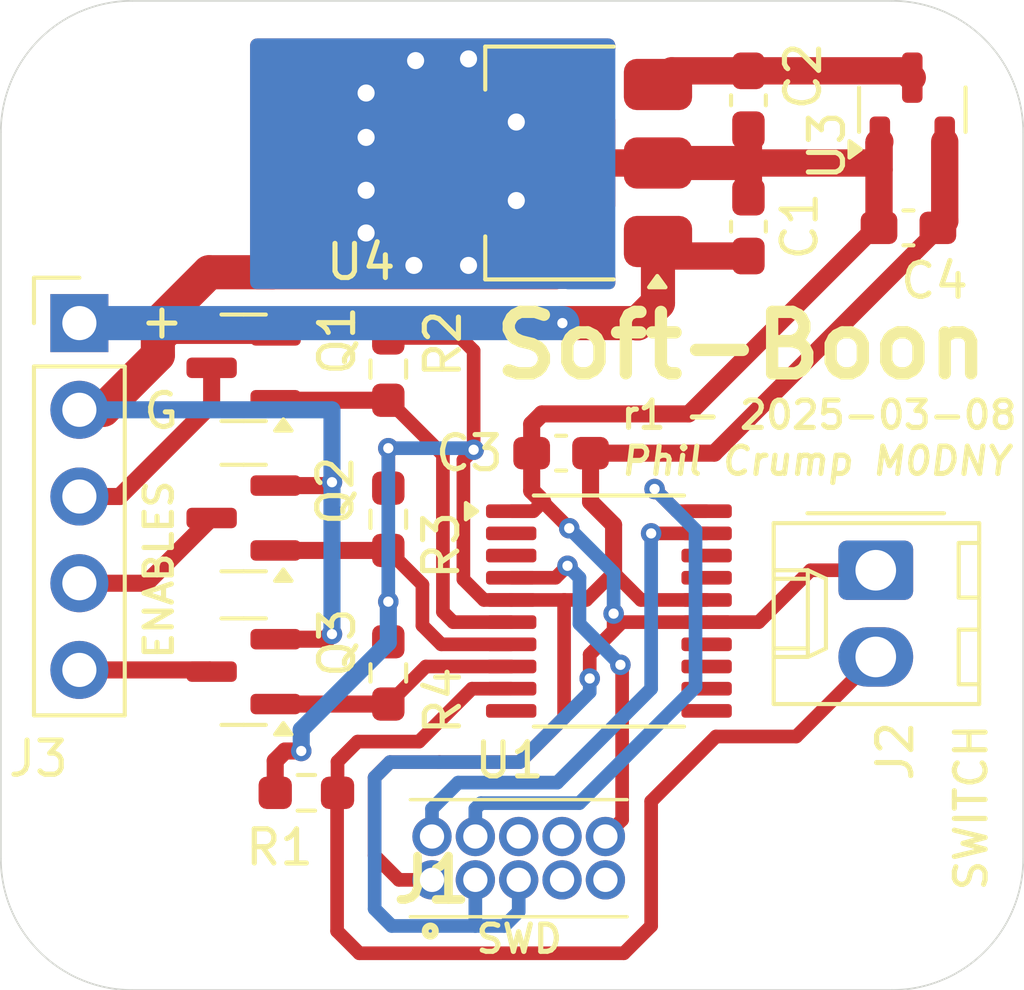
<source format=kicad_pcb>
(kicad_pcb (version 20241229) (generator "pcbnew") (generator_version "9.0")
  (layers (0 "F.Cu" signal) (2 "B.Cu" signal) (13 "F.Paste" user) (15 "B.Paste" user) (5 "F.SilkS" user "F.Silkscreen") (7 "B.SilkS" user "B.Silkscreen") (1 "F.Mask" user) (3 "B.Mask" user) (25 "Edge.Cuts" user))
  (net 0 "")
  (net 1 "Net-(U3-VI)")
  (net 2 "Net-(J3-Pin_3)")
  (net 3 "Net-(J3-Pin_5)")
  (net 8 "+3.3V")
  (net 9 "/nRouter")
  (net 10 "/nRST")
  (net 11 "/SWDAT")
  (net 12 "/SWCLK")
  (net 13 "/nSW")
  (net 18 "GND")
  (net 19 "/nDCDC")
  (net 20 "/nPoE")
  (net 22 "+BATT")
  (net 23 "Net-(J3-Pin_4)")
  (footprint "Resistor_SMD:R_0603_1608Metric_Pad0.98x0.95mm_HandSolder" (layer "F.Cu") (at 88.25 98.2)
    (property "Reference" "R1" (at -0.7875 1.6 0) (layer "F.SilkS"))
    (property "Value" "2K2" (hide yes))
    (fp_line (start -0.254724 -0.5225) (end 0.254724 -0.5225) (stroke (width 0.12)) (layer "F.SilkS"))
    (fp_line (start -0.254724 0.5225) (end 0.254724 0.5225) (stroke (width 0.12)) (layer "F.SilkS"))
    (pad "1" smd roundrect (at -0.9125 0) (size 0.975 0.95) (layers "F.Cu" "F.Mask" "F.Paste") (net 8 "+3.3V"))
    (pad "2" smd roundrect (at 0.9125 0) (size 0.975 0.95) (layers "F.Cu" "F.Mask" "F.Paste") (net 13 "/nSW"))
  )
  (footprint "Capacitor_SMD:C_0603_1608Metric_Pad1.08x0.95mm_HandSolder" (layer "F.Cu") (at 105.8875 81.65 180)
    (property "Reference" "C4" (at -0.7625 -1.55 0) (layer "F.SilkS"))
    (property "Value" "1u" (hide yes))
    (fp_line (start -0.146267 0.51) (end 0.146267 0.51) (stroke (width 0.12)) (layer "F.SilkS"))
    (fp_line (start -0.146267 -0.51) (end 0.146267 -0.51) (stroke (width 0.12)) (layer "F.SilkS"))
    (pad "1" smd roundrect (at -0.8625 0 180) (size 1.075 0.95) (layers "F.Cu" "F.Mask" "F.Paste") (net 8 "+3.3V"))
    (pad "2" smd roundrect (at 0.8625 0 180) (size 1.075 0.95) (layers "F.Cu" "F.Mask" "F.Paste") (net 18 "GND"))
  )
  (footprint "Connector_PinHeader_2.54mm:PinHeader_1x05_P2.54mm_Vertical" (layer "F.Cu") (at 81.6 84.44)
    (property "Reference" "J3" (at -1.2 12.76 0) (layer "F.SilkS"))
    (property "Value" "Conn_01x05_Pin" (hide yes))
    (fp_line (start -1.33 -1.33) (end 0 -1.33) (stroke (width 0.12)) (layer "F.SilkS"))
    (fp_line (start -1.33 0) (end -1.33 -1.33) (stroke (width 0.12)) (layer "F.SilkS"))
    (fp_line (start -1.33 1.27) (end -1.33 11.49) (stroke (width 0.12)) (layer "F.SilkS"))
    (fp_line (start -1.33 1.27) (end 1.33 1.27) (stroke (width 0.12)) (layer "F.SilkS"))
    (fp_line (start -1.33 11.49) (end 1.33 11.49) (stroke (width 0.12)) (layer "F.SilkS"))
    (fp_line (start 1.33 1.27) (end 1.33 11.49) (stroke (width 0.12)) (layer "F.SilkS"))
    (pad "1" thru_hole rect (at 0 0) (size 1.7 1.7) (drill 1) (layers "*.Cu" "*.Mask") (net 22 "+BATT"))
    (pad "2" thru_hole oval (at 0 2.54) (size 1.7 1.7) (drill 1) (layers "*.Cu" "*.Mask") (net 18 "GND"))
    (pad "3" thru_hole oval (at 0 5.08) (size 1.7 1.7) (drill 1) (layers "*.Cu" "*.Mask") (net 2 "Net-(J3-Pin_3)"))
    (pad "4" thru_hole oval (at 0 7.62) (size 1.7 1.7) (drill 1) (layers "*.Cu" "*.Mask") (net 23 "Net-(J3-Pin_4)"))
    (pad "5" thru_hole oval (at 0 10.16) (size 1.7 1.7) (drill 1) (layers "*.Cu" "*.Mask") (net 3 "Net-(J3-Pin_5)"))
  )
  (footprint "Capacitor_SMD:C_0603_1608Metric_Pad1.08x0.95mm_HandSolder" (layer "F.Cu") (at 101.2 77.9125 -90)
    (property "Reference" "C2" (at -0.7125 -1.6 90) (layer "F.SilkS"))
    (property "Value" "1u" (hide yes))
    (fp_line (start -0.146267 0.51) (end 0.146267 0.51) (stroke (width 0.12)) (layer "F.SilkS"))
    (fp_line (start -0.146267 -0.51) (end 0.146267 -0.51) (stroke (width 0.12)) (layer "F.SilkS"))
    (pad "1" smd roundrect (at -0.8625 0 270) (size 1.075 0.95) (layers "F.Cu" "F.Mask" "F.Paste") (net 1 "Net-(U3-VI)"))
    (pad "2" smd roundrect (at 0.8625 0 270) (size 1.075 0.95) (layers "F.Cu" "F.Mask" "F.Paste") (net 18 "GND"))
  )
  (footprint "Package_TO_SOT_SMD:SOT-23" (layer "F.Cu") (at 86.4125 90.15 180)
    (property "Reference" "Q2" (at -2.6875 0.8 90) (layer "F.SilkS"))
    (property "Value" "BC817" (hide yes))
    (fp_line (start 0 1.56) (end 0.65 1.56) (stroke (width 0.12)) (layer "F.SilkS"))
    (fp_line (start 0 1.56) (end -0.65 1.56) (stroke (width 0.12)) (layer "F.SilkS"))
    (fp_line (start 0 -1.56) (end 0.65 -1.56) (stroke (width 0.12)) (layer "F.SilkS"))
    (fp_line (start 0 -1.56) (end -0.65 -1.56) (stroke (width 0.12)) (layer "F.SilkS"))
    (fp_poly (pts (xy -1.1625 -1.51) (xy -1.4025 -1.84) (xy -0.9225 -1.84) (xy -1.1625 -1.51)) (stroke (width 0.12)) (fill yes) (layer "F.SilkS"))
    (pad "1" smd roundrect (at -0.9375 -0.95 180) (size 1.475 0.6) (layers "F.Cu" "F.Mask" "F.Paste") (net 19 "/nDCDC"))
    (pad "2" smd roundrect (at -0.9375 0.95 180) (size 1.475 0.6) (layers "F.Cu" "F.Mask" "F.Paste") (net 18 "GND"))
    (pad "3" smd roundrect (at 0.9375 0 180) (size 1.475 0.6) (layers "F.Cu" "F.Mask" "F.Paste") (net 23 "Net-(J3-Pin_4)"))
  )
  (footprint "MountingHole:MountingHole_3.2mm_M3_ISO7380" (layer "F.Cu") (at 102.05 100.127639)
    (property "Reference" "H4" (hide yes))
    (property "Value" "MountingHole" (hide yes))
    (pad "" np_thru_hole circle (at 0 0) (size 3.2 3.2) (drill 3.2) (layers "*.Cu" "*.Mask"))
  )
  (footprint "Package_TO_SOT_SMD:SOT-23" (layer "F.Cu") (at 86.4125 85.75 180)
    (property "Reference" "Q1" (at -2.7375 0.8 90) (layer "F.SilkS"))
    (property "Value" "BC817" (hide yes))
    (fp_line (start 0 1.56) (end 0.65 1.56) (stroke (width 0.12)) (layer "F.SilkS"))
    (fp_line (start 0 1.56) (end -0.65 1.56) (stroke (width 0.12)) (layer "F.SilkS"))
    (fp_line (start 0 -1.56) (end 0.65 -1.56) (stroke (width 0.12)) (layer "F.SilkS"))
    (fp_line (start 0 -1.56) (end -0.65 -1.56) (stroke (width 0.12)) (layer "F.SilkS"))
    (fp_poly (pts (xy -1.1625 -1.51) (xy -1.4025 -1.84) (xy -0.9225 -1.84) (xy -1.1625 -1.51)) (stroke (width 0.12)) (fill yes) (layer "F.SilkS"))
    (pad "1" smd roundrect (at -0.9375 -0.95 180) (size 1.475 0.6) (layers "F.Cu" "F.Mask" "F.Paste") (net 9 "/nRouter"))
    (pad "2" smd roundrect (at -0.9375 0.95 180) (size 1.475 0.6) (layers "F.Cu" "F.Mask" "F.Paste") (net 18 "GND"))
    (pad "3" smd roundrect (at 0.9375 0 180) (size 1.475 0.6) (layers "F.Cu" "F.Mask" "F.Paste") (net 2 "Net-(J3-Pin_3)"))
  )
  (footprint "Package_SO:TSSOP-20_4.4x6.5mm_P0.65mm" (layer "F.Cu") (at 97.1125 92.875)
    (property "Reference" "U1" (at -2.9125 4.375 0) (layer "F.SilkS"))
    (property "Value" "STM32F030F4Px" (hide yes))
    (fp_line (start 0 -3.385) (end -2.2 -3.385) (stroke (width 0.12)) (layer "F.SilkS"))
    (fp_line (start 0 -3.385) (end 2.2 -3.385) (stroke (width 0.12)) (layer "F.SilkS"))
    (fp_line (start 0 3.385) (end -2.2 3.385) (stroke (width 0.12)) (layer "F.SilkS"))
    (fp_line (start 0 3.385) (end 2.2 3.385) (stroke (width 0.12)) (layer "F.SilkS"))
    (fp_poly (pts (xy -3.86 -2.925) (xy -4.19 -3.165) (xy -4.19 -2.685) (xy -3.86 -2.925)) (stroke (width 0.12)) (fill yes) (layer "F.SilkS"))
    (pad "1" smd roundrect (at -2.8625 -2.925) (size 1.475 0.4) (layers "F.Cu" "F.Mask" "F.Paste") (net 18 "GND"))
    (pad "2" smd roundrect (at -2.8625 -2.275) (size 1.475 0.4) (layers "F.Cu" "F.Mask" "F.Paste"))
    (pad "3" smd roundrect (at -2.8625 -1.625) (size 1.475 0.4) (layers "F.Cu" "F.Mask" "F.Paste"))
    (pad "4" smd roundrect (at -2.8625 -0.975) (size 1.475 0.4) (layers "F.Cu" "F.Mask" "F.Paste") (net 10 "/nRST"))
    (pad "5" smd roundrect (at -2.8625 -0.325) (size 1.475 0.4) (layers "F.Cu" "F.Mask" "F.Paste") (net 8 "+3.3V"))
    (pad "6" smd roundrect (at -2.8625 0.325) (size 1.475 0.4) (layers "F.Cu" "F.Mask" "F.Paste") (net 9 "/nRouter"))
    (pad "7" smd roundrect (at -2.8625 0.975) (size 1.475 0.4) (layers "F.Cu" "F.Mask" "F.Paste") (net 19 "/nDCDC"))
    (pad "8" smd roundrect (at -2.8625 1.625) (size 1.475 0.4) (layers "F.Cu" "F.Mask" "F.Paste") (net 20 "/nPoE"))
    (pad "9" smd roundrect (at -2.8625 2.275) (size 1.475 0.4) (layers "F.Cu" "F.Mask" "F.Paste") (net 13 "/nSW"))
    (pad "10" smd roundrect (at -2.8625 2.925) (size 1.475 0.4) (layers "F.Cu" "F.Mask" "F.Paste"))
    (pad "11" smd roundrect (at 2.8625 2.925) (size 1.475 0.4) (layers "F.Cu" "F.Mask" "F.Paste"))
    (pad "12" smd roundrect (at 2.8625 2.275) (size 1.475 0.4) (layers "F.Cu" "F.Mask" "F.Paste"))
    (pad "13" smd roundrect (at 2.8625 1.625) (size 1.475 0.4) (layers "F.Cu" "F.Mask" "F.Paste"))
    (pad "14" smd roundrect (at 2.8625 0.975) (size 1.475 0.4) (layers "F.Cu" "F.Mask" "F.Paste"))
    (pad "15" smd roundrect (at 2.8625 0.325) (size 1.475 0.4) (layers "F.Cu" "F.Mask" "F.Paste") (net 18 "GND"))
    (pad "16" smd roundrect (at 2.8625 -0.325) (size 1.475 0.4) (layers "F.Cu" "F.Mask" "F.Paste") (net 8 "+3.3V"))
    (pad "17" smd roundrect (at 2.8625 -0.975) (size 1.475 0.4) (layers "F.Cu" "F.Mask" "F.Paste"))
    (pad "18" smd roundrect (at 2.8625 -1.625) (size 1.475 0.4) (layers "F.Cu" "F.Mask" "F.Paste"))
    (pad "19" smd roundrect (at 2.8625 -2.275) (size 1.475 0.4) (layers "F.Cu" "F.Mask" "F.Paste") (net 11 "/SWDAT"))
    (pad "20" smd roundrect (at 2.8625 -2.925) (size 1.475 0.4) (layers "F.Cu" "F.Mask" "F.Paste") (net 12 "/SWCLK"))
  )
  (footprint "Connector_Molex:Molex_KK-254_AE-6410-02A_1x02_P2.54mm_Vertical" (layer "F.Cu") (at 104.93 91.68 -90)
    (property "Reference" "J2" (at 5.3 -0.57 90) (layer "F.SilkS"))
    (property "Value" "Conn_01x02_Pin" (hide yes))
    (fp_line (start -1.38 2.99) (end 3.92 2.99) (stroke (width 0.12)) (layer "F.SilkS"))
    (fp_line (start 0 2.99) (end 0 1.99) (stroke (width 0.12)) (layer "F.SilkS"))
    (fp_line (start 0.25 2.99) (end 0.25 1.99) (stroke (width 0.12)) (layer "F.SilkS"))
    (fp_line (start 2.29 2.99) (end 2.29 1.99) (stroke (width 0.12)) (layer "F.SilkS"))
    (fp_line (start 3.92 2.99) (end 3.92 -3.03) (stroke (width 0.12)) (layer "F.SilkS"))
    (fp_line (start 0 1.99) (end 2.54 1.99) (stroke (width 0.12)) (layer "F.SilkS"))
    (fp_line (start 0 1.99) (end 0.25 1.46) (stroke (width 0.12)) (layer "F.SilkS"))
    (fp_line (start 2.54 1.99) (end 2.54 2.99) (stroke (width 0.12)) (layer "F.SilkS"))
    (fp_line (start 0.25 1.46) (end 2.29 1.46) (stroke (width 0.12)) (layer "F.SilkS"))
    (fp_line (start 2.29 1.46) (end 2.54 1.99) (stroke (width 0.12)) (layer "F.SilkS"))
    (fp_line (start -1.67 -2) (end -1.67 2) (stroke (width 0.12)) (layer "F.SilkS"))
    (fp_line (start -0.8 -2.43) (end 0.8 -2.43) (stroke (width 0.12)) (layer "F.SilkS"))
    (fp_line (start 0.8 -2.43) (end 0.8 -3.03) (stroke (width 0.12)) (layer "F.SilkS"))
    (fp_line (start 1.74 -2.43) (end 3.34 -2.43) (stroke (width 0.12)) (layer "F.SilkS"))
    (fp_line (start 3.34 -2.43) (end 3.34 -3.03) (stroke (width 0.12)) (layer "F.SilkS"))
    (fp_line (start -1.38 -3.03) (end -1.38 2.99) (stroke (width 0.12)) (layer "F.SilkS"))
    (fp_line (start -0.8 -3.03) (end -0.8 -2.43) (stroke (width 0.12)) (layer "F.SilkS"))
    (fp_line (start 1.74 -3.03) (end 1.74 -2.43) (stroke (width 0.12)) (layer "F.SilkS"))
    (fp_line (start 3.92 -3.03) (end -1.38 -3.03) (stroke (width 0.12)) (layer "F.SilkS"))
    (pad "1" thru_hole roundrect (at 0 0 270) (size 1.74 2.19) (drill 1.19) (layers "*.Cu" "*.Mask") (roundrect_rratio 0.143678) (net 18 "GND"))
    (pad "2" thru_hole oval (at 2.54 0 270) (size 1.74 2.19) (drill 1.19) (layers "*.Cu" "*.Mask") (net 13 "/nSW"))
  )
  (footprint "FTSH-105-01-F-D-K:FTSH-105-XX-YYY-D-K" (layer "F.Cu") (at 91.93 100.75)
    (property "Reference" "J1" (at 0 0 0) (layer "F.SilkS") (effects (font (size 1.27 1.27) (thickness 0.254))))
    (property "Value" "FTSH-105-01-F-D-K" (hide yes))
    (fp_line (start -0.635 -2.35) (end 5.715 -2.35) (stroke (width 0.1)) (layer "F.SilkS"))
    (fp_line (start 5.715 1.08) (end -0.635 1.08) (stroke (width 0.1)) (layer "F.SilkS"))
    (fp_circle (center -0.05 1.5) (end -0.05 1.55) (stroke (width 0.2)) (fill no) (layer "F.SilkS"))
    (pad "1" thru_hole circle (at 0 0) (size 1.15 1.15) (drill 0.71) (layers "*.Cu" "*.Mask") (net 8 "+3.3V"))
    (pad "2" thru_hole circle (at 0 -1.27) (size 1.15 1.15) (drill 0.71) (layers "*.Cu" "*.Mask") (net 11 "/SWDAT"))
    (pad "3" thru_hole circle (at 1.27 0) (size 1.15 1.15) (drill 0.71) (layers "*.Cu" "*.Mask") (net 18 "GND"))
    (pad "4" thru_hole circle (at 1.27 -1.27) (size 1.15 1.15) (drill 0.71) (layers "*.Cu" "*.Mask") (net 12 "/SWCLK"))
    (pad "5" thru_hole circle (at 2.54 0) (size 1.15 1.15) (drill 0.71) (layers "*.Cu" "*.Mask") (net 18 "GND"))
    (pad "6" thru_hole circle (at 2.54 -1.27) (size 1.15 1.15) (drill 0.71) (layers "*.Cu" "*.Mask"))
    (pad "7" thru_hole circle (at 3.81 0) (size 1.15 1.15) (drill 0.71) (layers "*.Cu" "*.Mask"))
    (pad "8" thru_hole circle (at 3.81 -1.27) (size 1.15 1.15) (drill 0.71) (layers "*.Cu" "*.Mask"))
    (pad "9" thru_hole circle (at 5.08 0) (size 1.15 1.15) (drill 0.71) (layers "*.Cu" "*.Mask"))
    (pad "10" thru_hole circle (at 5.08 -1.27) (size 1.15 1.15) (drill 0.71) (layers "*.Cu" "*.Mask") (net 10 "/nRST"))
  )
  (footprint "Resistor_SMD:R_0603_1608Metric_Pad0.98x0.95mm_HandSolder" (layer "F.Cu") (at 90.65 94.6875 -90)
    (property "Reference" "R4" (at 0.8125 -1.6 90) (layer "F.SilkS"))
    (property "Value" "2K2" (hide yes))
    (fp_line (start -0.254724 0.5225) (end 0.254724 0.5225) (stroke (width 0.12)) (layer "F.SilkS"))
    (fp_line (start -0.254724 -0.5225) (end 0.254724 -0.5225) (stroke (width 0.12)) (layer "F.SilkS"))
    (pad "1" smd roundrect (at -0.9125 0 270) (size 0.975 0.95) (layers "F.Cu" "F.Mask" "F.Paste") (net 8 "+3.3V"))
    (pad "2" smd roundrect (at 0.9125 0 270) (size 0.975 0.95) (layers "F.Cu" "F.Mask" "F.Paste") (net 20 "/nPoE"))
  )
  (footprint "Capacitor_SMD:C_0603_1608Metric_Pad1.08x0.95mm_HandSolder" (layer "F.Cu") (at 101.2 81.6125 90)
    (property "Reference" "C1" (at 0.0125 1.5 90) (layer "F.SilkS"))
    (property "Value" "220n" (hide yes))
    (fp_line (start -0.146267 -0.51) (end 0.146267 -0.51) (stroke (width 0.12)) (layer "F.SilkS"))
    (fp_line (start -0.146267 0.51) (end 0.146267 0.51) (stroke (width 0.12)) (layer "F.SilkS"))
    (pad "1" smd roundrect (at -0.8625 0 90) (size 1.075 0.95) (layers "F.Cu" "F.Mask" "F.Paste") (net 22 "+BATT"))
    (pad "2" smd roundrect (at 0.8625 0 90) (size 1.075 0.95) (layers "F.Cu" "F.Mask" "F.Paste") (net 18 "GND"))
  )
  (footprint "MountingHole:MountingHole_3.2mm_M3_ISO7380" (layer "F.Cu") (at 83.15 78.85)
    (property "Reference" "H1" (hide yes))
    (property "Value" "MountingHole" (hide yes))
    (pad "" np_thru_hole circle (at 0 0) (size 3.2 3.2) (drill 3.2) (layers "*.Cu" "*.Mask"))
  )
  (footprint "Package_TO_SOT_SMD:SOT-223-3_TabPin2" (layer "F.Cu") (at 95.4 79.75 180)
    (property "Reference" "U4" (at 5.55 -2.9 0) (layer "F.SilkS"))
    (property "Value" "L7805" (hide yes))
    (fp_line (start 1.91 3.41) (end 1.91 2.15) (stroke (width 0.12)) (layer "F.SilkS"))
    (fp_line (start 1.91 -3.41) (end 1.91 -2.15) (stroke (width 0.12)) (layer "F.SilkS"))
    (fp_line (start -1.85 3.41) (end 1.91 3.41) (stroke (width 0.12)) (layer "F.SilkS"))
    (fp_line (start -1.85 -3.41) (end 1.91 -3.41) (stroke (width 0.12)) (layer "F.SilkS"))
    (fp_poly (pts (xy -3.13 -3.31) (xy -3.37 -3.64) (xy -2.89 -3.64) (xy -3.13 -3.31)) (stroke (width 0.12)) (fill yes) (layer "F.SilkS"))
    (pad "1" smd roundrect (at -3.15 -2.3 180) (size 2 1.5) (layers "F.Cu" "F.Mask" "F.Paste") (net 22 "+BATT"))
    (pad "2" smd roundrect (at -3.15 0 180) (size 2 1.5) (layers "F.Cu" "F.Mask" "F.Paste") (net 18 "GND"))
    (pad "2" smd roundrect (at 3.15 0 180) (size 2 3.8) (layers "F.Cu" "F.Mask" "F.Paste") (net 18 "GND"))
    (pad "3" smd roundrect (at -3.15 2.3 180) (size 2 1.5) (layers "F.Cu" "F.Mask" "F.Paste") (net 1 "Net-(U3-VI)"))
  )
  (footprint "Package_TO_SOT_SMD:SOT-23" (layer "F.Cu") (at 86.4125 94.65 180)
    (property "Reference" "Q3" (at -2.7375 0.85 90) (layer "F.SilkS"))
    (property "Value" "BC817" (hide yes))
    (fp_line (start 0 1.56) (end 0.65 1.56) (stroke (width 0.12)) (layer "F.SilkS"))
    (fp_line (start 0 1.56) (end -0.65 1.56) (stroke (width 0.12)) (layer "F.SilkS"))
    (fp_line (start 0 -1.56) (end 0.65 -1.56) (stroke (width 0.12)) (layer "F.SilkS"))
    (fp_line (start 0 -1.56) (end -0.65 -1.56) (stroke (width 0.12)) (layer "F.SilkS"))
    (fp_poly (pts (xy -1.1625 -1.51) (xy -1.4025 -1.84) (xy -0.9225 -1.84) (xy -1.1625 -1.51)) (stroke (width 0.12)) (fill yes) (layer "F.SilkS"))
    (pad "1" smd roundrect (at -0.9375 -0.95 180) (size 1.475 0.6) (layers "F.Cu" "F.Mask" "F.Paste") (net 20 "/nPoE"))
    (pad "2" smd roundrect (at -0.9375 0.95 180) (size 1.475 0.6) (layers "F.Cu" "F.Mask" "F.Paste") (net 18 "GND"))
    (pad "3" smd roundrect (at 0.9375 0 180) (size 1.475 0.6) (layers "F.Cu" "F.Mask" "F.Paste") (net 3 "Net-(J3-Pin_5)"))
  )
  (footprint "Package_TO_SOT_SMD:SOT-23" (layer "F.Cu") (at 106 78.1875 90)
    (property "Reference" "U3" (at -1.0625 -2.5 90) (layer "F.SilkS"))
    (property "Value" "MCP1700x-330xxTT" (hide yes))
    (fp_line (start 0 -1.56) (end 0.65 -1.56) (stroke (width 0.12)) (layer "F.SilkS"))
    (fp_line (start 0 -1.56) (end -0.65 -1.56) (stroke (width 0.12)) (layer "F.SilkS"))
    (fp_line (start 0 1.56) (end 0.65 1.56) (stroke (width 0.12)) (layer "F.SilkS"))
    (fp_line (start 0 1.56) (end -0.65 1.56) (stroke (width 0.12)) (layer "F.SilkS"))
    (fp_poly (pts (xy -1.1625 -1.51) (xy -1.4025 -1.84) (xy -0.9225 -1.84) (xy -1.1625 -1.51)) (stroke (width 0.12)) (fill yes) (layer "F.SilkS"))
    (pad "1" smd roundrect (at -0.9375 -0.95 90) (size 1.475 0.6) (layers "F.Cu" "F.Mask" "F.Paste") (net 18 "GND"))
    (pad "2" smd roundrect (at -0.9375 0.95 90) (size 1.475 0.6) (layers "F.Cu" "F.Mask" "F.Paste") (net 8 "+3.3V"))
    (pad "3" smd roundrect (at 0.9375 0 90) (size 1.475 0.6) (layers "F.Cu" "F.Mask" "F.Paste") (net 1 "Net-(U3-VI)"))
  )
  (footprint "MountingHole:MountingHole_3.2mm_M3_ISO7380" (layer "F.Cu") (at 83.15 100.127639)
    (property "Reference" "H2" (hide yes))
    (property "Value" "MountingHole" (hide yes))
    (pad "" np_thru_hole circle (at 0 0) (size 3.2 3.2) (drill 3.2) (layers "*.Cu" "*.Mask"))
  )
  (footprint "Capacitor_SMD:C_0603_1608Metric_Pad1.08x0.95mm_HandSolder" (layer "F.Cu") (at 95.7125 88.25 180)
    (property "Reference" "C3" (at 2.6875 0 0) (layer "F.SilkS"))
    (property "Value" "100n" (hide yes))
    (fp_line (start -0.146267 0.51) (end 0.146267 0.51) (stroke (width 0.12)) (layer "F.SilkS"))
    (fp_line (start -0.146267 -0.51) (end 0.146267 -0.51) (stroke (width 0.12)) (layer "F.SilkS"))
    (pad "1" smd roundrect (at -0.8625 0 180) (size 1.075 0.95) (layers "F.Cu" "F.Mask" "F.Paste") (net 8 "+3.3V"))
    (pad "2" smd roundrect (at 0.8625 0 180) (size 1.075 0.95) (layers "F.Cu" "F.Mask" "F.Paste") (net 18 "GND"))
  )
  (footprint "Resistor_SMD:R_0603_1608Metric_Pad0.98x0.95mm_HandSolder" (layer "F.Cu") (at 90.65 90.1875 -90)
    (property "Reference" "R3" (at 0.7625 -1.55 90) (layer "F.SilkS"))
    (property "Value" "2K2" (hide yes))
    (fp_line (start -0.254724 0.5225) (end 0.254724 0.5225) (stroke (width 0.12)) (layer "F.SilkS"))
    (fp_line (start -0.254724 -0.5225) (end 0.254724 -0.5225) (stroke (width 0.12)) (layer "F.SilkS"))
    (pad "1" smd roundrect (at -0.9125 0 270) (size 0.975 0.95) (layers "F.Cu" "F.Mask" "F.Paste") (net 8 "+3.3V"))
    (pad "2" smd roundrect (at 0.9125 0 270) (size 0.975 0.95) (layers "F.Cu" "F.Mask" "F.Paste") (net 19 "/nDCDC"))
  )
  (footprint "Resistor_SMD:R_0603_1608Metric_Pad0.98x0.95mm_HandSolder" (layer "F.Cu") (at 90.65 85.7875 -90)
    (property "Reference" "R2" (at -0.7375 -1.6 90) (layer "F.SilkS"))
    (property "Value" "2K2" (hide yes))
    (fp_line (start -0.254724 0.5225) (end 0.254724 0.5225) (stroke (width 0.12)) (layer "F.SilkS"))
    (fp_line (start -0.254724 -0.5225) (end 0.254724 -0.5225) (stroke (width 0.12)) (layer "F.SilkS"))
    (pad "1" smd roundrect (at -0.9125 0 270) (size 0.975 0.95) (layers "F.Cu" "F.Mask" "F.Paste") (net 8 "+3.3V"))
    (pad "2" smd roundrect (at 0.9125 0 270) (size 0.975 0.95) (layers "F.Cu" "F.Mask" "F.Paste") (net 9 "/nRouter"))
  )
  (gr_arc (start 109.25 100.127639) (mid 108.122361 102.85) (end 105.4 103.977639) (stroke (width 0.05)) (layer "Edge.Cuts"))
  (gr_line (start 79.3 78.85) (end 79.3 100.127639) (stroke (width 0.05)) (layer "Edge.Cuts"))
  (gr_line (start 83.15 103.977639) (end 105.4 103.977638) (stroke (width 0.05)) (layer "Edge.Cuts"))
  (gr_arc (start 83.15 103.977639) (mid 80.427639 102.85) (end 79.3 100.127639) (stroke (width 0.05)) (layer "Edge.Cuts"))
  (gr_line (start 109.25 100.127639) (end 109.250002 78.85) (stroke (width 0.05)) (layer "Edge.Cuts"))
  (gr_arc (start 105.4 75) (mid 108.122361 76.127639) (end 109.25 78.85) (stroke (width 0.05)) (layer "Edge.Cuts"))
  (gr_arc (start 79.3 78.85) (mid 80.427639 76.127639) (end 83.15 75) (stroke (width 0.05)) (layer "Edge.Cuts"))
  (gr_line (start 105.4 75) (end 83.15 75) (stroke (width 0.05)) (layer "Edge.Cuts"))
  (gr_text "r1 - 2025-03-08" (at 97.4 87.6 0) (layer "F.SilkS") (effects (font (size 0.8 0.8)) (justify left bottom)))
  (gr_text "Phil Crump M0DNY" (at 97.4 88.95 0) (layer "F.SilkS") (effects (font (size 0.8 0.8) (thickness 0.15) (italic yes)) (justify left bottom)))
  (gr_text "SWITCH" (at 108.25 101.15 90) (layer "F.SilkS") (effects (font (size 0.9 0.9)) (justify left bottom)))
  (gr_text "ENABLES" (at 84.4 94.35 90) (layer "F.SilkS") (effects (font (size 0.8 0.8)) (justify left bottom)))
  (gr_text "Soft-Boon" (at 93.6 86.15 0) (layer "F.SilkS") (effects (font (size 1.8 1.8) (thickness 0.36) (bold yes)) (justify left bottom)))
  (gr_text "+" (at 83.3 84.95 0) (layer "F.SilkS") (effects (font (size 1 1)) (justify left bottom)))
  (gr_text "SWD" (at 93.15 102.95 0) (layer "F.SilkS") (effects (font (size 0.8 0.8) (thickness 0.15) (bold yes)) (justify left bottom)))
  (gr_text "G" (at 83.4 87.6 0) (layer "F.SilkS") (effects (font (size 1 1)) (justify left bottom)))
  (segment (start 101.2 77.05) (end 98.95 77.05) (width 0.8) (layer "F.Cu") (net 1))
  (segment (start 98.95 77.05) (end 98.55 77.45) (width 0.8) (layer "F.Cu") (net 1))
  (segment (start 101.2 77.05) (end 105.8 77.05) (width 0.8) (layer "F.Cu") (net 1))
  (segment (start 105.8 77.05) (end 106 77.25) (width 0.8) (layer "F.Cu") (net 1))
  (segment (start 85.475 86.825) (end 85.475 85.75) (width 0.5) (layer "F.Cu") (net 2))
  (segment (start 81.6 89.52) (end 82.78 89.52) (width 0.5) (layer "F.Cu") (net 2))
  (segment (start 82.78 89.52) (end 85.475 86.825) (width 0.5) (layer "F.Cu") (net 2))
  (segment (start 85.425 94.6) (end 85.475 94.65) (width 0.5) (layer "F.Cu") (net 3))
  (segment (start 81.6 94.6) (end 85.425 94.6) (width 0.5) (layer "F.Cu") (net 3))
  (segment (start 90.65 93.775) (end 90.65 92.6) (width 0.4) (layer "F.Cu") (net 8))
  (segment (start 106.95 81.45) (end 106.75 81.65) (width 0.8) (layer "F.Cu") (net 8))
  (segment (start 93.451208 92.55) (end 92.85 91.948792) (width 0.4) (layer "F.Cu") (net 8))
  (segment (start 92.149942 97.3) (end 92.148942 97.301) (width 0.4) (layer "F.Cu") (net 8))
  (segment (start 95.8 96) (end 94.5 97.3) (width 0.4) (layer "F.Cu") (net 8))
  (segment (start 95.8 92.55) (end 95.8 96) (width 0.4) (layer "F.Cu") (net 8))
  (segment (start 96.45 92.55) (end 95.8 92.55) (width 0.4) (layer "F.Cu") (net 8))
  (segment (start 106.95 79.125) (end 106.95 81.45) (width 0.8) (layer "F.Cu") (net 8))
  (segment (start 87.3375 97.2625) (end 87.3375 98.2) (width 0.5) (layer "F.Cu") (net 8))
  (segment (start 106.75 81.7) (end 100.2 88.25) (width 0.5) (layer "F.Cu") (net 8))
  (segment (start 94.25 92.55) (end 93.451208 92.55) (width 0.4) (layer "F.Cu") (net 8))
  (segment (start 88.1 96.975) (end 87.625 96.975) (width 0.5) (layer "F.Cu") (net 8))
  (segment (start 90.25 100.04) (end 90.96 100.75) (width 0.4) (layer "F.Cu") (net 8))
  (segment (start 92.775 84.875) (end 93.15 85.25) (width 0.4) (layer "F.Cu") (net 8))
  (segment (start 106.75 81.65) (end 106.75 81.7) (width 0.5) (layer "F.Cu") (net 8))
  (segment (start 90.96 100.75) (end 91.93 100.75) (width 0.4) (layer "F.Cu") (net 8))
  (segment (start 100.2 88.25) (end 96.575 88.25) (width 0.5) (layer "F.Cu") (net 8))
  (segment (start 92.85 88.45) (end 93.15 88.15) (width 0.4) (layer "F.Cu") (net 8))
  (segment (start 97.25 91.75) (end 96.45 92.55) (width 0.4) (layer "F.Cu") (net 8))
  (segment (start 98.05 92.55) (end 97.25 91.75) (width 0.4) (layer "F.Cu") (net 8))
  (segment (start 90.65 84.875) (end 92.775 84.875) (width 0.4) (layer "F.Cu") (net 8))
  (segment (start 90.65 89.275) (end 90.65 88.105) (width 0.4) (layer "F.Cu") (net 8))
  (segment (start 99.975 92.55) (end 98.05 92.55) (width 0.4) (layer "F.Cu") (net 8))
  (segment (start 93.15 85.25) (end 93.15 88.15) (width 0.4) (layer "F.Cu") (net 8))
  (segment (start 96.575 89.675) (end 96.575 88.25) (width 0.5) (layer "F.Cu") (net 8))
  (segment (start 92.148942 97.301) (end 90.699 97.301) (width 0.4) (layer "F.Cu") (net 8))
  (segment (start 92.85 91.948792) (end 92.85 88.45) (width 0.4) (layer "F.Cu") (net 8))
  (segment (start 94.5 97.3) (end 92.149942 97.3) (width 0.4) (layer "F.Cu") (net 8))
  (segment (start 97.25 91.75) (end 97.25 90.35) (width 0.5) (layer "F.Cu") (net 8))
  (segment (start 87.625 96.975) (end 87.3375 97.2625) (width 0.5) (layer "F.Cu") (net 8))
  (segment (start 90.699 97.301) (end 90.25 97.75) (width 0.4) (layer "F.Cu") (net 8))
  (segment (start 97.25 90.35) (end 96.575 89.675) (width 0.5) (layer "F.Cu") (net 8))
  (segment (start 95.8 92.55) (end 94.25 92.55) (width 0.4) (layer "F.Cu") (net 8))
  (segment (start 90.25 97.75) (end 90.25 100.04) (width 0.4) (layer "F.Cu") (net 8))
  (via (at 90.65 88.105) (size 0.6) (drill 0.3) (layers "F.Cu" "B.Cu") (net 8))
  (via (at 93.15 88.15) (size 0.6) (drill 0.3) (layers "F.Cu" "B.Cu") (net 8))
  (via (at 88.1 96.975) (size 0.6) (drill 0.3) (layers "F.Cu" "B.Cu") (net 8))
  (via (at 90.65 92.6) (size 0.6) (drill 0.3) (layers "F.Cu" "B.Cu") (net 8))
  (segment (start 88.1 96.35) (end 90.65 93.8) (width 0.5) (layer "B.Cu") (net 8))
  (segment (start 88.1 96.975) (end 88.1 96.35) (width 0.5) (layer "B.Cu") (net 8))
  (segment (start 90.65 88.105) (end 93.105 88.105) (width 0.4) (layer "B.Cu") (net 8))
  (segment (start 90.65 88.105) (end 90.65 92.6) (width 0.4) (layer "B.Cu") (net 8))
  (segment (start 93.105 88.105) (end 93.15 88.15) (width 0.4) (layer "B.Cu") (net 8))
  (segment (start 90.65 93.8) (end 90.65 92.6) (width 0.5) (layer "B.Cu") (net 8))
  (segment (start 94.25 93.2) (end 92.55 93.2) (width 0.4) (layer "F.Cu") (net 9))
  (segment (start 92.25 88.3) (end 90.65 86.7) (width 0.4) (layer "F.Cu") (net 9))
  (segment (start 92.25 92.9) (end 92.25 88.3) (width 0.4) (layer "F.Cu") (net 9))
  (segment (start 92.55 93.2) (end 92.25 92.9) (width 0.4) (layer "F.Cu") (net 9))
  (segment (start 87.35 86.7) (end 90.65 86.7) (width 0.5) (layer "F.Cu") (net 9))
  (segment (start 95.9 91.55) (end 95.55 91.9) (width 0.4) (layer "F.Cu") (net 10))
  (segment (start 97.45 94.45) (end 97.5 94.5) (width 0.4) (layer "F.Cu") (net 10))
  (segment (start 95.55 91.9) (end 94.25 91.9) (width 0.4) (layer "F.Cu") (net 10))
  (segment (start 97.5 98.99) (end 97.01 99.48) (width 0.4) (layer "F.Cu") (net 10))
  (segment (start 97.5 94.5) (end 97.5 98.99) (width 0.4) (layer "F.Cu") (net 10))
  (via (at 97.45 94.45) (size 0.6) (drill 0.3) (layers "F.Cu" "B.Cu") (net 10))
  (via (at 95.9 91.55) (size 0.6) (drill 0.3) (layers "F.Cu" "B.Cu") (net 10))
  (segment (start 96.25 91.9) (end 96.25 93.25) (width 0.4) (layer "B.Cu") (net 10))
  (segment (start 96.25 93.25) (end 97.45 94.45) (width 0.4) (layer "B.Cu") (net 10))
  (segment (start 95.9 91.55) (end 96.25 91.9) (width 0.4) (layer "B.Cu") (net 10))
  (segment (start 98.35 90.6) (end 99.975 90.6) (width 0.4) (layer "F.Cu") (net 11))
  (via (at 98.35 90.6) (size 0.6) (drill 0.3) (layers "F.Cu" "B.Cu") (net 11))
  (segment (start 91.93 98.666828) (end 92.695828 97.901) (width 0.4) (layer "B.Cu") (net 11))
  (segment (start 95.599 97.901) (end 98.35 95.15) (width 0.4) (layer "B.Cu") (net 11))
  (segment (start 92.695828 97.901) (end 95.599 97.901) (width 0.4) (layer "B.Cu") (net 11))
  (segment (start 91.93 99.48) (end 91.93 98.666828) (width 0.4) (layer "B.Cu") (net 11))
  (segment (start 98.35 95.15) (end 98.35 90.6) (width 0.4) (layer "B.Cu") (net 11))
  (segment (start 99.1 89.95) (end 98.45 89.3) (width 0.4) (layer "F.Cu") (net 12))
  (segment (start 99.975 89.95) (end 99.1 89.95) (width 0.4) (layer "F.Cu") (net 12))
  (via (at 98.45 89.3) (size 0.6) (drill 0.3) (layers "F.Cu" "B.Cu") (net 12))
  (segment (start 93.2 99.48) (end 93.2 98.666828) (width 0.4) (layer "B.Cu") (net 12))
  (segment (start 99.65 95.1) (end 99.65 90.5) (width 0.4) (layer "B.Cu") (net 12))
  (segment (start 99.65 90.5) (end 98.45 89.3) (width 0.4) (layer "B.Cu") (net 12))
  (segment (start 96.248 98.502) (end 99.65 95.1) (width 0.4) (layer "B.Cu") (net 12))
  (segment (start 93.2 98.666828) (end 93.364828 98.502) (width 0.4) (layer "B.Cu") (net 12))
  (segment (start 93.364828 98.502) (end 96.248 98.502) (width 0.4) (layer "B.Cu") (net 12))
  (segment (start 97.55 102.9) (end 98.35 102.1) (width 0.4) (layer "F.Cu") (net 13))
  (segment (start 89.1625 97.2875) (end 89.1625 98.2) (width 0.4) (layer "F.Cu") (net 13))
  (segment (start 94.25 95.15) (end 93.1 95.15) (width 0.4) (layer "F.Cu") (net 13))
  (segment (start 89.8 102.9) (end 97.55 102.9) (width 0.4) (layer "F.Cu") (net 13))
  (segment (start 89.15 102.25) (end 89.8 102.9) (width 0.4) (layer "F.Cu") (net 13))
  (segment (start 102.6 96.55) (end 104.93 94.22) (width 0.4) (layer "F.Cu") (net 13))
  (segment (start 100.25 96.55) (end 102.6 96.55) (width 0.4) (layer "F.Cu") (net 13))
  (segment (start 98.35 98.45) (end 100.25 96.55) (width 0.4) (layer "F.Cu") (net 13))
  (segment (start 89.1625 98.2) (end 89.15 98.2125) (width 0.4) (layer "F.Cu") (net 13))
  (segment (start 89.15 98.2125) (end 89.15 102.25) (width 0.4) (layer "F.Cu") (net 13))
  (segment (start 98.35 102.1) (end 98.35 98.45) (width 0.4) (layer "F.Cu") (net 13))
  (segment (start 91.55 96.7) (end 89.75 96.7) (width 0.4) (layer "F.Cu") (net 13))
  (segment (start 93.1 95.15) (end 91.55 96.7) (width 0.4) (layer "F.Cu") (net 13))
  (segment (start 89.75 96.7) (end 89.1625 97.2875) (width 0.4) (layer "F.Cu") (net 13))
  (segment (start 99.975 93.2) (end 97.5 93.2) (width 0.4) (layer "F.Cu") (net 18))
  (segment (start 94.25 89.95) (end 94.9 89.95) (width 0.4) (layer "F.Cu") (net 18))
  (segment (start 95.15 87.1) (end 94.85 87.4) (width 0.5) (layer "F.Cu") (net 18))
  (segment (start 84.34 84.8) (end 87.35 84.8) (width 0.5) (layer "F.Cu") (net 18))
  (segment (start 83.9 84.45) (end 85.4 82.95) (width 1) (layer "F.Cu") (net 18))
  (segment (start 105.025 79.95) (end 105.025 79.15) (width 0.8) (layer "F.Cu") (net 18))
  (segment (start 104.825 79.75) (end 105.025 79.95) (width 0.8) (layer "F.Cu") (net 18))
  (segment (start 87.35 93.7) (end 88.85 93.7) (width 0.5) (layer "F.Cu") (net 18))
  (segment (start 88.9 89.2) (end 89 89.1) (width 0.5) (layer "F.Cu") (net 18))
  (segment (start 97.5 93.2) (end 96.55 94.15) (width 0.4) (layer "F.Cu") (net 18))
  (segment (start 99.45 87.1) (end 95.15 87.1) (width 0.5) (layer "F.Cu") (net 18))
  (segment (start 97.25 93.45) (end 97.25 92.95) (width 0.4) (layer "F.Cu") (net 18))
  (segment (start 94.85 87.4) (end 94.85 88.25) (width 0.5) (layer "F.Cu") (net 18))
  (segment (start 81.6 86.98) (end 82.16 86.98) (width 0.5) (layer "F.Cu") (net 18))
  (segment (start 83.9 85.379848) (end 83.9 84.45) (width 1) (layer "F.Cu") (net 18))
  (segment (start 98.55 79.75) (end 101.05 79.75) (width 1) (layer "F.Cu") (net 18))
  (segment (start 101.2 79.9) (end 101.05 79.75) (width 0.8) (layer "F.Cu") (net 18))
  (segment (start 101.05 79.75) (end 104.825 79.75) (width 0.8) (layer "F.Cu") (net 18))
  (segment (start 94.85 89.35) (end 94.85 88.25) (width 0.5) (layer "F.Cu") (net 18))
  (segment (start 101.2 78.775) (end 101.2 79.6) (width 0.8) (layer "F.Cu") (net 18))
  (segment (start 82.16 86.98) (end 84.34 84.8) (width 0.5) (layer "F.Cu") (net 18))
  (segment (start 88.85 93.7) (end 89 93.55) (width 0.5) (layer "F.Cu") (net 18))
  (segment (start 95.175 89.675) (end 95.95 90.45) (width 0.4) (layer "F.Cu") (net 18))
  (segment (start 105.025 79.15) (end 105.05 79.125) (width 0.8) (layer "F.Cu") (net 18))
  (segment (start 99.975 93.2) (end 101.5 93.2) (width 0.4) (layer "F.Cu") (net 18))
  (segment (start 87.25 82.95) (end 87.85 82.35) (width 1) (layer "F.Cu") (net 18))
  (segment (start 101.5 93.2) (end 103.02 91.68) (width 0.4) (layer "F.Cu") (net 18))
  (segment (start 94.9 89.95) (end 95.175 89.675) (width 0.4) (layer "F.Cu") (net 18))
  (segment (start 103.02 91.68) (end 104.93 91.68) (width 0.4) (layer "F.Cu") (net 18))
  (segment (start 85.4 82.95) (end 87.25 82.95) (width 1) (layer "F.Cu") (net 18))
  (segment (start 87.85 82.35) (end 87.85 80.45) (width 1) (layer "F.Cu") (net 18))
  (segment (start 105.025 81.65) (end 104.9 81.65) (width 0.5) (layer "F.Cu") (net 18))
  (segment (start 105.025 81.65) (end 105.025 79.15) (width 0.8) (layer "F.Cu") (net 18))
  (segment (start 104.9 81.65) (end 99.45 87.1) (width 0.5) (layer "F.Cu") (net 18))
  (segment (start 92.25 79.75) (end 98.55 79.75) (width 0.8) (layer "F.Cu") (net 18))
  (segment (start 87.35 89.2) (end 88.9 89.2) (width 0.5) (layer "F.Cu") (net 18))
  (segment (start 101.2 79.6) (end 101.05 79.75) (width 0.8) (layer "F.Cu") (net 18))
  (segment (start 101.2 80.75) (end 101.2 79.9) (width 0.8) (layer "F.Cu") (net 18))
  (segment (start 82.299848 86.98) (end 83.9 85.379848) (width 1) (layer "F.Cu") (net 18))
  (segment (start 81.6 86.98) (end 82.299848 86.98) (width 1) (layer "F.Cu") (net 18))
  (segment (start 96.55 94.15) (end 97.25 93.45) (width 0.4) (layer "F.Cu") (net 18))
  (segment (start 95.175 89.675) (end 94.85 89.35) (width 0.5) (layer "F.Cu") (net 18))
  (segment (start 96.55 94.15) (end 96.55 94.85) (width 0.4) (layer "F.Cu") (net 18))
  (via (at 94.4 78.55) (size 1) (drill 0.5) (layers "F.Cu" "B.Cu") (net 18))
  (via (at 96.55 94.85) (size 0.6) (drill 0.3) (layers "F.Cu" "B.Cu") (net 18))
  (via (at 95.95 90.45) (size 0.6) (drill 0.3) (layers "F.Cu" "B.Cu") (net 18))
  (via (at 89 93.55) (size 0.6) (drill 0.3) (layers "F.Cu" "B.Cu") (net 18))
  (via (at 90 80.55) (size 1) (drill 0.5) (layers "F.Cu" "B.Cu") (net 18))
  (via (at 91.4 82.75) (size 1) (drill 0.5) (layers "F.Cu" "B.Cu") (net 18))
  (via (at 90 81.8) (size 1) (drill 0.5) (layers "F.Cu" "B.Cu") (net 18))
  (via (at 89 89.1) (size 0.6) (drill 0.3) (layers "F.Cu" "B.Cu") (net 18))
  (via (at 93 82.75) (size 1) (drill 0.5) (layers "F.Cu" "B.Cu") (net 18))
  (via (at 93 76.7) (size 1) (drill 0.5) (layers "F.Cu" "B.Cu") (net 18))
  (via (at 90 77.7) (size 1) (drill 0.5) (layers "F.Cu" "B.Cu") (net 18))
  (via (at 91.45 76.75) (size 1) (drill 0.5) (layers "F.Cu" "B.Cu") (net 18))
  (via (at 97.25 92.95) (size 0.6) (drill 0.3) (layers "F.Cu" "B.Cu") (net 18))
  (via (at 94.4 80.85) (size 1) (drill 0.5) (layers "F.Cu" "B.Cu") (net 18))
  (via (at 90 79) (size 1) (drill 0.5) (layers "F.Cu" "B.Cu") (net 18))
  (segment (start 94.47 101.68) (end 94.47 100.75) (width 0.4) (layer "B.Cu") (net 18))
  (segment (start 89 86.98) (end 89 89.1) (width 0.5) (layer "B.Cu") (net 18))
  (segment (start 90.75 102.1) (end 93.2 102.1) (width 0.4) (layer "B.Cu") (net 18))
  (segment (start 93.2 102.1) (end 94.05 102.1) (width 0.4) (layer "B.Cu") (net 18))
  (segment (start 93.2 102.1) (end 93.2 100.75) (width 0.4) (layer "B.Cu") (net 18))
  (segment (start 96.55 95.25) (end 94.5 97.3) (width 0.4) (layer "B.Cu") (net 18))
  (segment (start 97.25 92.95) (end 97.25 91.75) (width 0.4) (layer "B.Cu") (net 18))
  (segment (start 97.25 91.75) (end 95.95 90.45) (width 0.4) (layer "B.Cu") (net 18))
  (segment (start 96.55 94.85) (end 96.55 95.25) (width 0.4) (layer "B.Cu") (net 18))
  (segment (start 89 86.98) (end 81.6 86.98) (width 0.5) (layer "B.Cu") (net 18))
  (segment (start 90.25 97.75) (end 90.25 101.6) (width 0.4) (layer "B.Cu") (net 18))
  (segment (start 89 89.1) (end 89 93.55) (width 0.5) (layer "B.Cu") (net 18))
  (segment (start 94.05 102.1) (end 94.47 101.68) (width 0.4) (layer "B.Cu") (net 18))
  (segment (start 90.7 97.3) (end 90.25 97.75) (width 0.4) (layer "B.Cu") (net 18))
  (segment (start 90.25 101.6) (end 90.75 102.1) (width 0.4) (layer "B.Cu") (net 18))
  (segment (start 94.5 97.3) (end 90.7 97.3) (width 0.4) (layer "B.Cu") (net 18))
  (segment (start 91.65 93.3) (end 91.65 92.1) (width 0.4) (layer "F.Cu") (net 19))
  (segment (start 91.65 92.1) (end 90.65 91.1) (width 0.4) (layer "F.Cu") (net 19))
  (segment (start 92.2 93.85) (end 91.65 93.3) (width 0.4) (layer "F.Cu") (net 19))
  (segment (start 87.35 91.1) (end 90.65 91.1) (width 0.5) (layer "F.Cu") (net 19))
  (segment (start 94.25 93.85) (end 92.2 93.85) (width 0.4) (layer "F.Cu") (net 19))
  (segment (start 91.75 94.5) (end 90.65 95.6) (width 0.4) (layer "F.Cu") (net 20))
  (segment (start 87.35 95.6) (end 90.65 95.6) (width 0.5) (layer "F.Cu") (net 20))
  (segment (start 94.25 94.5) (end 91.75 94.5) (width 0.4) (layer "F.Cu") (net 20))
  (segment (start 98.975 82.475) (end 98.55 82.05) (width 0.8) (layer "F.Cu") (net 22))
  (segment (start 97.95 84.45) (end 98.55 83.85) (width 1) (layer "F.Cu") (net 22))
  (segment (start 98.55 83.85) (end 98.55 82.05) (width 1) (layer "F.Cu") (net 22))
  (segment (start 101.2 82.475) (end 98.975 82.475) (width 0.8) (layer "F.Cu") (net 22))
  (segment (start 97.94 84.44) (end 97.95 84.45) (width 1) (layer "F.Cu") (net 22))
  (segment (start 95.75 84.44) (end 97.94 84.44) (width 1) (layer "F.Cu") (net 22))
  (via (at 95.75 84.44) (size 0.6) (drill 0.3) (layers "F.Cu" "B.Cu") (net 22))
  (segment (start 81.6 84.44) (end 95.75 84.44) (width 1) (layer "B.Cu") (net 22))
  (segment (start 83.565 92.06) (end 85.475 90.15) (width 0.5) (layer "F.Cu") (net 23))
  (segment (start 81.6 92.06) (end 83.565 92.06) (width 0.5) (layer "F.Cu") (net 23))
  (zone (net 18) (net_name "GND") (layers "F.Cu" "B.Cu") (connect_pads (clearance 0.5)) (min_thickness 0.25) (fill yes (thermal_gap 0.5) (thermal_bridge_width 0.5) (smoothing fillet) (radius 0.2))
    (polygon (pts (xy 97.3 76.1) (xy 97.3 83.35) (xy 97.2 83.45) (xy 86.6 83.45) (xy 86.6 76.1)))
  )
)
</source>
